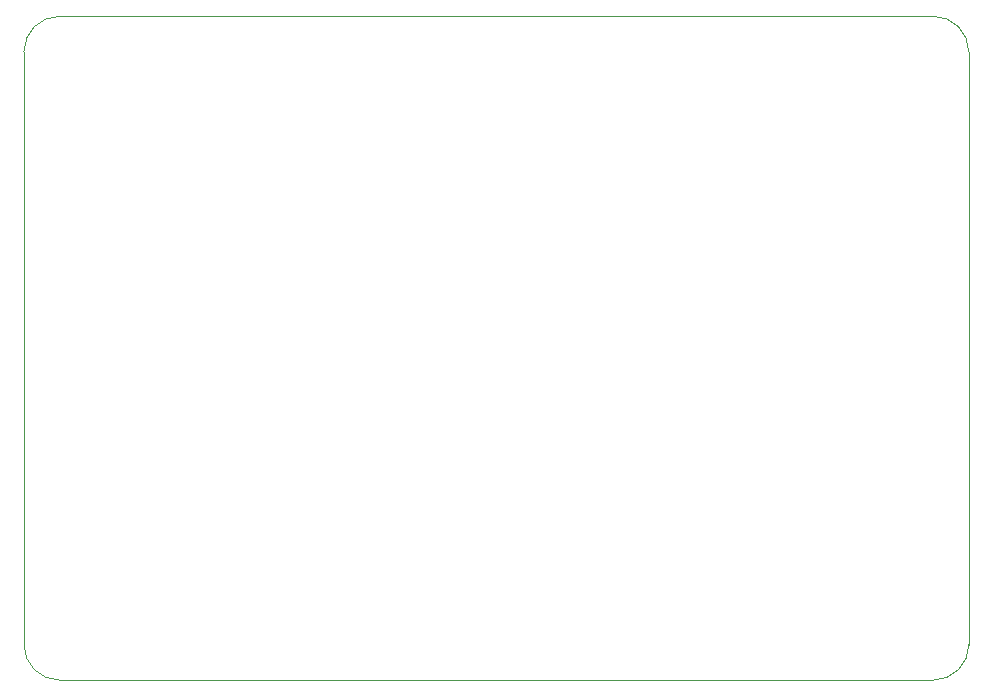
<source format=gbr>
G04 #@! TF.GenerationSoftware,KiCad,Pcbnew,5.1.6*
G04 #@! TF.CreationDate,2020-08-20T20:45:38+02:00*
G04 #@! TF.ProjectId,kicon19-badge,6b69636f-6e31-4392-9d62-616467652e6b,rev?*
G04 #@! TF.SameCoordinates,Original*
G04 #@! TF.FileFunction,Profile,NP*
%FSLAX46Y46*%
G04 Gerber Fmt 4.6, Leading zero omitted, Abs format (unit mm)*
G04 Created by KiCad (PCBNEW 5.1.6) date 2020-08-20 20:45:38*
%MOMM*%
%LPD*%
G01*
G04 APERTURE LIST*
G04 #@! TA.AperFunction,Profile*
%ADD10C,0.050000*%
G04 #@! TD*
G04 APERTURE END LIST*
D10*
X186000000Y-123100000D02*
G75*
G02*
X183000000Y-126100000I-3000000J0D01*
G01*
X183000000Y-69900000D02*
G75*
G02*
X186000000Y-72900000I0J-3000000D01*
G01*
X106000000Y-72900000D02*
G75*
G02*
X109000000Y-69900000I3000000J0D01*
G01*
X109000000Y-126100000D02*
G75*
G02*
X106000000Y-123100000I0J3000000D01*
G01*
X186000000Y-72900000D02*
X186000000Y-123100000D01*
X109000000Y-69900000D02*
X183000000Y-69900000D01*
X106000000Y-123100000D02*
X106000000Y-72900000D01*
X183000000Y-126100000D02*
X109000000Y-126100000D01*
M02*

</source>
